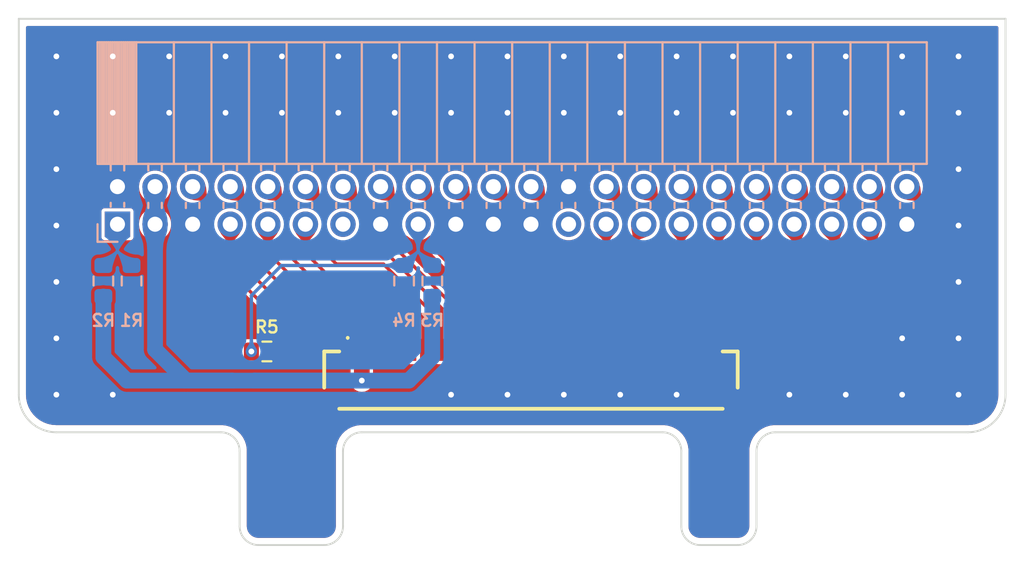
<source format=kicad_pcb>
(kicad_pcb (version 20221018) (generator pcbnew)
  (layers (0 "F.Cu" signal) (31 "B.Cu" signal) (34 "B.Paste" user) (35 "F.Paste" user) (36 "B.SilkS" user "B.Silkscreen") (37 "F.SilkS" user "F.Silkscreen") (38 "B.Mask" user) (39 "F.Mask" user) (44 "Edge.Cuts" user))
  (net 0 "")
  (net 1 "/RESET")
  (net 2 "GND")
  (net 3 "/D07")
  (net 4 "/D08")
  (net 5 "/D06")
  (net 6 "/D09")
  (net 7 "/D05")
  (net 8 "/D10")
  (net 9 "/D04")
  (net 10 "/D11")
  (net 11 "/D03")
  (net 12 "/D12")
  (net 13 "/D02")
  (net 14 "/D13")
  (net 15 "/D01")
  (net 16 "/D14")
  (net 17 "/D00")
  (net 18 "/D15")
  (net 19 "/DMARQ")
  (net 20 "/DIOW")
  (net 21 "/DIOR")
  (net 22 "/IORDY")
  (net 23 "/CSEL")
  (net 24 "/DMACK")
  (net 25 "/INTRQ")
  (net 26 "/IOCS16")
  (net 27 "/DA1")
  (net 28 "/PDIAG")
  (net 29 "/DA0")
  (net 30 "/DA2")
  (net 31 "/CS0")
  (net 32 "/CS1")
  (net 33 "/DASP")
  (net 34 "+3.3V")
  (net 35 "/TYPE")
  (net 36 "/DEVADR")
  (footprint "IDE-to-ZIF:F3311A7H121040E200" (layer "F.Cu") (at 152.25 109.225)
    (fp_text reference "J2" hide)
    (fp_text value "F3311A7H121040E200" hide)
    (fp_line (start -11 -1.525) (end -11 0.4) (stroke (width 0.2)) (layer "F.SilkS"))
    (fp_line (start -10.2 -1.525) (end -11 -1.525) (stroke (width 0.2)) (layer "F.SilkS"))
    (fp_line (start -10.2 1.525) (end 10.2 1.525) (stroke (width 0.2)) (layer "F.SilkS"))
    (fp_line (start -9.75 -2.3) (end -9.75 -2.3) (stroke (width 0.1)) (layer "F.SilkS"))
    (fp_line (start -9.75 -2.2) (end -9.75 -2.2) (stroke (width 0.1)) (layer "F.SilkS"))
    (fp_line (start 11 -1.525) (end 10.2 -1.525) (stroke (width 0.2)) (layer "F.SilkS"))
    (fp_line (start 11 0.4) (end 11 -1.525) (stroke (width 0.2)) (layer "F.SilkS"))
    (fp_arc (start -9.75 -2.3) (mid -9.7 -2.25) (end -9.75 -2.2) (stroke (width 0.1)) (layer "F.SilkS"))
    (fp_arc (start -9.75 -2.2) (mid -9.8 -2.25) (end -9.75 -2.3) (stroke (width 0.1)) (layer "F.SilkS"))
    (pad "1" smd rect (at -9.75 -1.5375) (size 0.3 1.025) (layers "F.Cu" "F.Paste" "F.Mask") (net 36 "/DEVADR"))
    (pad "2" smd rect (at -9.25 -1.5375) (size 0.3 1.025) (layers "F.Cu" "F.Paste" "F.Mask") (net 34 "+3.3V"))
    (pad "3" smd rect (at -8.75 -1.5375) (size 0.3 1.025) (layers "F.Cu" "F.Paste" "F.Mask") (net 34 "+3.3V"))
    (pad "4" smd rect (at -8.25 -1.5375) (size 0.3 1.025) (layers "F.Cu" "F.Paste" "F.Mask") (net 33 "/DASP"))
    (pad "5" smd rect (at -7.75 -1.5375) (size 0.3 1.025) (layers "F.Cu" "F.Paste" "F.Mask") (net 32 "/CS1"))
    (pad "6" smd rect (at -7.25 -1.5375) (size 0.3 1.025) (layers "F.Cu" "F.Paste" "F.Mask") (net 31 "/CS0"))
    (pad "7" smd rect (at -6.75 -1.5375) (size 0.3 1.025) (layers "F.Cu" "F.Paste" "F.Mask") (net 30 "/DA2"))
    (pad "8" smd rect (at -6.25 -1.5375) (size 0.3 1.025) (layers "F.Cu" "F.Paste" "F.Mask") (net 29 "/DA0"))
    (pad "9" smd rect (at -5.75 -1.5375) (size 0.3 1.025) (layers "F.Cu" "F.Paste" "F.Mask") (net 28 "/PDIAG"))
    (pad "10" smd rect (at -5.25 -1.5375) (size 0.3 1.025) (layers "F.Cu" "F.Paste" "F.Mask") (net 27 "/DA1"))
    (pad "11" smd rect (at -4.75 -1.5375) (size 0.3 1.025) (layers "F.Cu" "F.Paste" "F.Mask") (net 25 "/INTRQ"))
    (pad "12" smd rect (at -4.25 -1.5375) (size 0.3 1.025) (layers "F.Cu" "F.Paste" "F.Mask") (net 24 "/DMACK"))
    (pad "13" smd rect (at -3.75 -1.5375) (size 0.3 1.025) (layers "F.Cu" "F.Paste" "F.Mask") (net 2 "GND"))
    (pad "14" smd rect (at -3.25 -1.5375) (size 0.3 1.025) (layers "F.Cu" "F.Paste" "F.Mask") (net 22 "/IORDY"))
    (pad "15" smd rect (at -2.75 -1.5375) (size 0.3 1.025) (layers "F.Cu" "F.Paste" "F.Mask") (net 2 "GND"))
    (pad "16" smd rect (at -2.25 -1.5375) (size 0.3 1.025) (layers "F.Cu" "F.Paste" "F.Mask") (net 21 "/DIOR"))
    (pad "17" smd rect (at -1.75 -1.5375) (size 0.3 1.025) (layers "F.Cu" "F.Paste" "F.Mask") (net 20 "/DIOW"))
    (pad "18" smd rect (at -1.25 -1.5375) (size 0.3 1.025) (layers "F.Cu" "F.Paste" "F.Mask") (net 2 "GND"))
    (pad "19" smd rect (at -0.75 -1.5375) (size 0.3 1.025) (layers "F.Cu" "F.Paste" "F.Mask") (net 19 "/DMARQ"))
    (pad "20" smd rect (at -0.25 -1.5375) (size 0.3 1.025) (layers "F.Cu" "F.Paste" "F.Mask") (net 2 "GND"))
    (pad "21" smd rect (at 0.25 -1.5375) (size 0.3 1.025) (layers "F.Cu" "F.Paste" "F.Mask") (net 18 "/D15"))
    (pad "22" smd rect (at 0.75 -1.5375) (size 0.3 1.025) (layers "F.Cu" "F.Paste" "F.Mask") (net 17 "/D00"))
    (pad "23" smd rect (at 1.25 -1.5375) (size 0.3 1.025) (layers "F.Cu" "F.Paste" "F.Mask") (net 16 "/D14"))
    (pad "24" smd rect (at 1.75 -1.5375) (size 0.3 1.025) (layers "F.Cu" "F.Paste" "F.Mask") (net 15 "/D01"))
    (pad "25" smd rect (at 2.25 -1.5375) (size 0.3 1.025) (layers "F.Cu" "F.Paste" "F.Mask") (net 14 "/D13"))
    (pad "26" smd rect (at 2.75 -1.5375) (size 0.3 1.025) (layers "F.Cu" "F.Paste" "F.Mask") (net 13 "/D02"))
    (pad "27" smd rect (at 3.25 -1.5375) (size 0.3 1.025) (layers "F.Cu" "F.Paste" "F.Mask") (net 12 "/D12"))
    (pad "28" smd rect (at 3.75 -1.5375) (size 0.3 1.025) (layers "F.Cu" "F.Paste" "F.Mask") (net 11 "/D03"))
    (pad "29" smd rect (at 4.25 -1.5375) (size 0.3 1.025) (layers "F.Cu" "F.Paste" "F.Mask") (net 10 "/D11"))
    (pad "30" smd rect (at 4.75 -1.5375) (size 0.3 1.025) (layers "F.Cu" "F.Paste" "F.Mask") (net 9 "/D04"))
    (pad "31" smd rect (at 5.25 -1.5375) (size 0.3 1.025) (layers "F.Cu" "F.Paste" "F.Mask") (net 8 "/D10"))
    (pad "32" smd rect (at 5.75 -1.5375) (size 0.3 1.025) (layers "F.Cu" "F.Paste" "F.Mask") (net 7 "/D05"))
    (pad "33" smd rect (at 6.25 -1.5375) (size 0.3 1.025) (layers "F.Cu" "F.Paste" "F.Mask") (net 6 "/D09"))
    (pad "34" smd rect (at 6.75 -1.5375) (size 0.3 1.025) (layers "F.Cu" "F.Paste" "F.Mask") (net 5 "/D06"))
    (pad "35" smd rect (at 7.25 -1.5375) (size 0.3 1.025) (layers "F.Cu" "F.Paste" "F.Mask") (net 4 "/D08"))
    (pad "36" smd rect (at 7.75 -1.5375) (size 0.3 1.025) (layers "F.Cu" "F.Paste" "F.Mask") (net 3 "/D07"))
    (pad "37" smd rect (at 8.25 -1.5375) (size 0.3 1.025) (layers "F.Cu" "F.Paste" "F.Mask") (net 2 "GND"))
    (pad "38" smd rect (at 8.75 -1.5375) (size 0.3 1.025) (layers "F.Cu" "F.Paste" "F.Mask") (net 1 "/RESET"))
    (pad "39" smd rect (at 9.25 -1.5375) (size 0.3 1.025) (layers "F.Cu" "F.Paste" "F.Mask"))
    (pad "40" smd rect (at 9.75 -1.5375) (size 0.3 1.025) (layers "F.Cu" "F.Paste" "F.Mask"))
    (pad "MP" smd rect (at -10.95 1.075) (size 0.8 0.8) (layers "F.Cu" "F.Paste" "F.Mask") (net 2 "GND"))
    (pad "MP" smd rect (at 10.95 1.075) (size 0.8 0.8) (layers "F.Cu" "F.Paste" "F.Mask") (net 2 "GND"))
  )
  (footprint "Resistor_SMD:R_0603_1608Metric" (layer "F.Cu") (at 138.2 107.7)
    (fp_text reference "R5" (at 0 -1.3) (layer "F.SilkS") (effects (font (size 0.635 0.635) (thickness 0.127) bold)))
    (fp_text value "0")
    (fp_line (start -0.237258 -0.5225) (end 0.237258 -0.5225) (stroke (width 0.12)) (layer "F.SilkS"))
    (fp_line (start -0.237258 0.5225) (end 0.237258 0.5225) (stroke (width 0.12)) (layer "F.SilkS"))
    (pad "1" smd roundrect (at -0.825 0) (size 0.8 0.95) (layers "F.Cu" "F.Paste" "F.Mask") (net 23 "/CSEL"))
    (pad "2" smd roundrect (at 0.825 0) (size 0.8 0.95) (layers "F.Cu" "F.Paste" "F.Mask") (net 36 "/DEVADR"))
  )
  (footprint "Resistor_SMD:R_0603_1608Metric" (layer "B.Cu") (at 131 103.95 -90)
    (fp_text reference "R1" (at 2.1 0 180) (layer "B.SilkS") (effects (font (size 0.635 0.635) (thickness 0.127) bold) (justify mirror)))
    (fp_text value "0")
    (fp_line (start -0.237258 -0.5225) (end 0.237258 -0.5225) (stroke (width 0.12)) (layer "B.SilkS"))
    (fp_line (start -0.237258 0.5225) (end 0.237258 0.5225) (stroke (width 0.12)) (layer "B.SilkS"))
    (pad "1" smd roundrect (at -0.825 0 270) (size 0.8 0.95) (layers "B.Cu" "B.Paste" "B.Mask") (net 35 "/TYPE"))
    (pad "2" smd roundrect (at 0.825 0 270) (size 0.8 0.95) (layers "B.Cu" "B.Paste" "B.Mask") (net 2 "GND"))
  )
  (footprint "Resistor_SMD:R_0603_1608Metric" (layer "B.Cu") (at 147 103.95 -90)
    (fp_text reference "R3" (at 2.1 0 180) (layer "B.SilkS") (effects (font (size 0.635 0.635) (thickness 0.127) bold) (justify mirror)))
    (fp_text value "DNF")
    (fp_line (start -0.237258 -0.5225) (end 0.237258 -0.5225) (stroke (width 0.12)) (layer "B.SilkS"))
    (fp_line (start -0.237258 0.5225) (end 0.237258 0.5225) (stroke (width 0.12)) (layer "B.SilkS"))
    (pad "1" smd roundrect (at -0.825 0 270) (size 0.8 0.95) (layers "B.Cu" "B.Paste" "B.Mask") (net 23 "/CSEL"))
    (pad "2" smd roundrect (at 0.825 0 270) (size 0.8 0.95) (layers "B.Cu" "B.Paste" "B.Mask") (net 34 "+3.3V"))
  )
  (footprint "Resistor_SMD:R_0603_1608Metric" (layer "B.Cu") (at 145.5 103.95 -90)
    (fp_text reference "R4" (at 2.1 0 180) (layer "B.SilkS") (effects (font (size 0.635 0.635) (thickness 0.127) bold) (justify mirror)))
    (fp_text value "0")
    (fp_line (start -0.237258 -0.5225) (end 0.237258 -0.5225) (stroke (width 0.12)) (layer "B.SilkS"))
    (fp_line (start -0.237258 0.5225) (end 0.237258 0.5225) (stroke (width 0.12)) (layer "B.SilkS"))
    (pad "1" smd roundrect (at -0.825 0 270) (size 0.8 0.95) (layers "B.Cu" "B.Paste" "B.Mask") (net 23 "/CSEL"))
    (pad "2" smd roundrect (at 0.825 0 270) (size 0.8 0.95) (layers "B.Cu" "B.Paste" "B.Mask") (net 2 "GND"))
  )
  (footprint "Connector_PinSocket_2.00mm:PinSocket_2x22_P2.00mm_Horizontal" (layer "B.Cu") (at 130.25 100.93 -90)
    (fp_text reference "J1" hide)
    (fp_text value "Conn_02x22_Odd_Even")
    (fp_line (start -9.68 -43.06) (end -3.21 -43.06) (stroke (width 0.12)) (layer "B.SilkS"))
    (fp_line (start -9.68 -41) (end -3.21 -41) (stroke (width 0.12)) (layer "B.SilkS"))
    (fp_line (start -9.68 -39) (end -3.21 -39) (stroke (width 0.12)) (layer "B.SilkS"))
    (fp_line (start -9.68 -37) (end -3.21 -37) (stroke (width 0.12)) (layer "B.SilkS"))
    (fp_line (start -9.68 -35) (end -3.21 -35) (stroke (width 0.12)) (layer "B.SilkS"))
    (fp_line (start -9.68 -33) (end -3.21 -33) (stroke (width 0.12)) (layer "B.SilkS"))
    (fp_line (start -9.68 -31) (end -3.21 -31) (stroke (width 0.12)) (layer "B.SilkS"))
    (fp_line (start -9.68 -29) (end -3.21 -29) (stroke (width 0.12)) (layer "B.SilkS"))
    (fp_line (start -9.68 -27) (end -3.21 -27) (stroke (width 0.12)) (layer "B.SilkS"))
    (fp_line (start -9.68 -25) (end -3.21 -25) (stroke (width 0.12)) (layer "B.SilkS"))
    (fp_line (start -9.68 -23) (end -3.21 -23) (stroke (width 0.12)) (layer "B.SilkS"))
    (fp_line (start -9.68 -21) (end -3.21 -21) (stroke (width 0.12)) (layer "B.SilkS"))
    (fp_line (start -9.68 -19) (end -3.21 -19) (stroke (width 0.12)) (layer "B.SilkS"))
    (fp_line (start -9.68 -17) (end -3.21 -17) (stroke (width 0.12)) (layer "B.SilkS"))
    (fp_line (start -9.68 -15) (end -3.21 -15) (stroke (width 0.12)) (layer "B.SilkS"))
    (fp_line (start -9.68 -13) (end -3.21 -13) (stroke (width 0.12)) (layer "B.SilkS"))
    (fp_line (start -9.68 -11) (end -3.21 -11) (stroke (width 0.12)) (layer "B.SilkS"))
    (fp_line (start -9.68 -9) (end -3.21 -9) (stroke (width 0.12)) (layer "B.SilkS"))
    (fp_line (start -9.68 -7) (end -3.21 -7) (stroke (width 0.12)) (layer "B.SilkS"))
    (fp_line (start -9.68 -5) (end -3.21 -5) (stroke (width 0.12)) (layer "B.SilkS"))
    (fp_line (start -9.68 -3) (end -3.21 -3) (stroke (width 0.12)) (layer "B.SilkS"))
    (fp_line (start -9.68 -1) (end -3.21 -1) (stroke (width 0.12)) (layer "B.SilkS"))
    (fp_line (start -9.68 -0.885888) (end -3.21 -0.885888) (stroke (width 0.12)) (layer "B.SilkS"))
    (fp_line (start -9.68 -0.77177) (end -3.21 -0.77177) (stroke (width 0.12)) (layer "B.SilkS"))
    (fp_line (start -9.68 -0.657652) (end -3.21 -0.657652) (stroke (width 0.12)) (layer "B.SilkS"))
    (fp_line (start -9.68 -0.543534) (end -3.21 -0.543534) (stroke (width 0.12)) (layer "B.SilkS"))
    (fp_line (start -9.68 -0.429416) (end -3.21 -0.429416) (stroke (width 0.12)) (layer "B.SilkS"))
    (fp_line (start -9.68 -0.315298) (end -3.21 -0.315298) (stroke (width 0.12)) (layer "B.SilkS"))
    (fp_line (start -9.68 -0.20118) (end -3.21 -0.20118) (stroke (width 0.12)) (layer "B.SilkS"))
    (fp_line (start -9.68 -0.087062) (end -3.21 -0.087062) (stroke (width 0.12)) (layer "B.SilkS"))
    (fp_line (start -9.68 0.027056) (end -3.21 0.027056) (stroke (width 0.12)) (layer "B.SilkS"))
    (fp_line (start -9.68 0.141174) (end -3.21 0.141174) (stroke (width 0.12)) (layer "B.SilkS"))
    (fp_line (start -9.68 0.255292) (end -3.21 0.255292) (stroke (width 0.12)) (layer "B.SilkS"))
    (fp_line (start -9.68 0.36941) (end -3.21 0.36941) (stroke (width 0.12)) (layer "B.SilkS"))
    (fp_line (start -9.68 0.483528) (end -3.21 0.483528) (stroke (width 0.12)) (layer "B.SilkS"))
    (fp_line (start -9.68 0.597646) (end -3.21 0.597646) (stroke (width 0.12)) (layer "B.SilkS"))
    (fp_line (start -9.68 0.711764) (end -3.21 0.711764) (stroke (width 0.12)) (layer "B.SilkS"))
    (fp_line (start -9.68 0.825882) (end -3.21 0.825882) (stroke (width 0.12)) (layer "B.SilkS"))
    (fp_line (start -9.68 0.94) (end -3.21 0.94) (stroke (width 0.12)) (layer "B.SilkS"))
    (fp_line (start -9.68 1.06) (end -9.68 -43.06) (stroke (width 0.12)) (layer "B.SilkS"))
    (fp_line (start -9.68 1.06) (end -3.21 1.06) (stroke (width 0.12)) (layer "B.SilkS"))
    (fp_line (start -3.21 -42.36) (end -2.862917 -42.36) (stroke (width 0.12)) (layer "B.SilkS"))
    (fp_line (start -3.21 -41.64) (end -2.862917 -41.64) (stroke (width 0.12)) (layer "B.SilkS"))
    (fp_line (start -3.21 -40.36) (end -2.862917 -40.36) (stroke (width 0.12)) (layer "B.SilkS"))
    (fp_line (start -3.21 -39.64) (end -2.862917 -39.64) (stroke (width 0.12)) (layer "B.SilkS"))
    (fp_line (start -3.21 -38.36) (end -2.862917 -38.36) (stroke (width 0.12)) (layer "B.SilkS"))
    (fp_line (start -3.21 -37.64) (end -2.862917 -37.64) (stroke (width 0.12)) (layer "B.SilkS"))
    (fp_line (start -3.21 -36.36) (end -2.862917 -36.36) (stroke (width 0.12)) (layer "B.SilkS"))
    (fp_line (start -3.21 -35.64) (end -2.862917 -35.64) (stroke (width 0.12)) (layer "B.SilkS"))
    (fp_line (start -3.21 -34.36) (end -2.862917 -34.36) (stroke (width 0.12)) (layer "B.SilkS"))
    (fp_line (start -3.21 -33.64) (end -2.862917 -33.64) (stroke (width 0.12)) (layer "B.SilkS"))
    (fp_line (start -3.21 -32.36) (end -2.862917 -32.36) (stroke (width 0.12)) (layer "B.SilkS"))
    (fp_line (start -3.21 -31.64) (end -2.862917 -31.64) (stroke (width 0.12)) (layer "B.SilkS"))
    (fp_line (start -3.21 -30.36) (end -2.862917 -30.36) (stroke (width 0.12)) (layer "B.SilkS"))
    (fp_line (start -3.21 -29.64) (end -2.862917 -29.64) (stroke (width 0.12)) (layer "B.SilkS"))
    (fp_line (start -3.21 -28.36) (end -2.862917 -28.36) (stroke (width 0.12)) (layer "B.SilkS"))
    (fp_line (start -3.21 -27.64) (end -2.862917 -27.64) (stroke (width 0.12)) (layer "B.SilkS"))
    (fp_line (start -3.21 -26.36) (end -2.862917 -26.36) (stroke (width 0.12)) (layer "B.SilkS"))
    (fp_line (start -3.21 -25.64) (end -2.862917 -25.64) (stroke (width 0.12)) (layer "B.SilkS"))
    (fp_line (start -3.21 -24.36) (end -2.862917 -24.36) (stroke (width 0.12)) (layer "B.SilkS"))
    (fp_line (start -3.21 -23.64) (end -2.862917 -23.64) (stroke (width 0.12)) (layer "B.SilkS"))
    (fp_line (start -3.21 -22.36) (end -2.862917 -22.36) (stroke (width 0.12)) (layer "B.SilkS"))
    (fp_line (start -3.21 -21.64) (end -2.862917 -21.64) (stroke (width 0.12)) (layer "B.SilkS"))
    (fp_line (start -3.21 -20.36) (end -2.862917 -20.36) (stroke (width 0.12)) (layer "B.SilkS"))
    (fp_line (start -3.21 -19.64) (end -2.862917 -19.64) (stroke (width 0.12)) (layer "B.SilkS"))
    (fp_line (start -3.21 -18.36) (end -2.862917 -18.36) (stroke (width 0.12)) (layer "B.SilkS"))
    (fp_line (start -3.21 -17.64) (end -2.862917 -17.64) (stroke (width 0.12)) (layer "B.SilkS"))
    (fp_line (start -3.21 -16.36) (end -2.862917 -16.36) (stroke (width 0.12)) (layer "B.SilkS"))
    (fp_line (start -3.21 -15.64) (end -2.862917 -15.64) (stroke (width 0.12)) (layer "B.SilkS"))
    (fp_line (start -3.21 -14.36) (end -2.862917 -14.36) (stroke (width 0.12)) (layer "B.SilkS"))
    (fp_line (start -3.21 -13.64) (end -2.862917 -13.64) (stroke (width 0.12)) (layer "B.SilkS"))
    (fp_line (start -3.21 -12.36) (end -2.862917 -12.36) (stroke (width 0.12)) (layer "B.SilkS"))
    (fp_line (start -3.21 -11.64) (end -2.862917 -11.64) (stroke (width 0.12)) (layer "B.SilkS"))
    (fp_line (start -3.21 -10.36) (end -2.862917 -10.36) (stroke (width 0.12)) (layer "B.SilkS"))
    (fp_line (start -3.21 -9.64) (end -2.862917 -9.64) (stroke (width 0.12)) (layer "B.SilkS"))
    (fp_line (start -3.21 -8.36) (end -2.862917 -8.36) (stroke (width 0.12)) (layer "B.SilkS"))
    (fp_line (start -3.21 -7.64) (end -2.862917 -7.64) (stroke (width 0.12)) (layer "B.SilkS"))
    (fp_line (start -3.21 -6.36) (end -2.862917 -6.36) (stroke (width 0.12)) (layer "B.SilkS"))
    (fp_line (start -3.21 -5.64) (end -2.862917 -5.64) (stroke (width 0.12)) (layer "B.SilkS"))
    (fp_line (start -3.21 -4.36) (end -2.862917 -4.36) (stroke (width 0.12)) (layer "B.SilkS"))
    (fp_line (start -3.21 -3.64) (end -2.862917 -3.64) (stroke (width 0.12)) (layer "B.SilkS"))
    (fp_line (start -3.21 -2.36) (end -2.862917 -2.36) (stroke (width 0.12)) (layer "B.SilkS"))
    (fp_line (start -3.21 -1.64) (end -2.862917 -1.64) (stroke (width 0.12)) (layer "B.SilkS"))
    (fp_line (start -3.21 -0.36) (end -2.862917 -0.36) (stroke (width 0.12)) (layer "B.SilkS"))
    (fp_line (start -3.21 0.36) (end -2.862917 0.36) (stroke (width 0.12)) (layer "B.SilkS"))
    (fp_line (start -3.21 1.06) (end -3.21 -43.06) (stroke (width 0.12)) (layer "B.SilkS"))
    (fp_line (start -1.137083 -42.36) (end -0.862917 -42.36) (stroke (width 0.12)) (layer "B.SilkS"))
    (fp_line (start -1.137083 -41.64) (end -0.862917 -41.64) (stroke (width 0.12)) (layer "B.SilkS"))
    (fp_line (start -1.137083 -40.36) (end -0.862917 -40.36) (stroke (width 0.12)) (layer "B.SilkS"))
    (fp_line (start -1.137083 -39.64) (end -0.862917 -39.64) (stroke (width 0.12)) (layer "B.SilkS"))
    (fp_line (start -1.137083 -38.36) (end -0.862917 -38.36) (stroke (width 0.12)) (layer "B.SilkS"))
    (fp_line (start -1.137083 -37.64) (end -0.862917 -37.64) (stroke (width 0.12)) (layer "B.SilkS"))
    (fp_line (start -1.137083 -36.36) (end -0.862917 -36.36) (stroke (width 0.12)) (layer "B.SilkS"))
    (fp_line (start -1.137083 -35.64) (end -0.862917 -35.64) (stroke (width 0.12)) (layer "B.SilkS"))
    (fp_line (start -1.137083 -34.36) (end -0.862917 -34.36) (stroke (width 0.12)) (layer "B.SilkS"))
    (fp_line (start -1.137083 -33.64) (end -0.862917 -33.64) (stroke (width 0.12)) (layer "B.SilkS"))
    (fp_line (start -1.137083 -32.36) (end -0.862917 -32.36) (stroke (width 0.12)) (layer "B.SilkS"))
    (fp_line (start -1.137083 -31.64) (end -0.862917 -31.64) (stroke (width 0.12)) (layer "B.SilkS"))
    (fp_line (start -1.137083 -30.36) (end -0.862917 -30.36) (stroke (width 0.12)) (layer "B.SilkS"))
    (fp_line (start -1.137083 -29.64) (end -0.862917 -29.64) (stroke (width 0.12)) (layer "B.SilkS"))
    (fp_line (start -1.137083 -28.36) (end -0.862917 -28.36) (stroke (width 0.12)) (layer "B.SilkS"))
    (fp_line (start -1.137083 -27.64) (end -0.862917 -27.64) (stroke (width 0.12)) (layer "B.SilkS"))
    (fp_line (start -1.137083 -26.36) (end -0.862917 -26.36) (stroke (width 0.12)) (layer "B.SilkS"))
    (fp_line (start -1.137083 -25.64) (end -0.862917 -25.64) (stroke (width 0.12)) (layer "B.SilkS"))
    (fp_line (start -1.137083 -24.36) (end -0.862917 -24.36) (stroke (width 0.12)) (layer "B.SilkS"))
    (fp_line (start -1.137083 -23.64) (end -0.862917 -23.64) (stroke (width 0.12)) (layer "B.SilkS"))
    (fp_line (start -1.137083 -22.36) (end -0.862917 -22.36) (stroke (width 0.12)) (layer "B.SilkS"))
    (fp_line (start -1.137083 -21.64) (end -0.862917 -21.64) (stroke (width 0.12)) (layer "B.SilkS"))
    (fp_line (start -1.137083 -20.36) (end -0.862917 -20.36) (stroke (width 0.12)) (layer "B.SilkS"))
    (fp_line (start -1.137083 -19.64) (end -0.862917 -19.64) (stroke (width 0.12)) (layer "B.SilkS"))
    (fp_line (start -1.137083 -18.36) (end -0.862917 -18.36) (stroke (width 0.12)) (layer "B.SilkS"))
    (fp_line (start -1.137083 -17.64) (end -0.862917 -17.64) (stroke (width 0.12)) (layer "B.SilkS"))
    (fp_line (start -1.137083 -16.36) (end -0.862917 -16.36) (stroke (width 0.12)) (layer "B.SilkS"))
    (fp_line (start -1.137083 -15.64) (end -0.862917 -15.64) (stroke (width 0.12)) (layer "B.SilkS"))
    (fp_line (start -1.137083 -14.36) (end -0.862917 -14.36) (stroke (width 0.12)) (layer "B.SilkS"))
    (fp_line (start -1.137083 -13.64) (end -0.862917 -13.64) (stroke (width 0.12)) (layer "B.SilkS"))
    (fp_line (start -1.137083 -12.36) (end -0.862917 -12.36) (stroke (width 0.12)) (layer "B.SilkS"))
    (fp_line (start -1.137083 -11.64) (end -0.862917 -11.64) (stroke (width 0.12)) (layer "B.SilkS"))
    (fp_line (start -1.137083 -10.36) (end -0.862917 -10.36) (stroke (width 0.12)) (layer "B.SilkS"))
    (fp_line (start -1.137083 -9.64) (end -0.862917 -9.64) (stroke (width 0.12)) (layer "B.SilkS"))
    (fp_line (start -1.137083 -8.36) (end -0.862917 -8.36) (stroke (width 0.12)) (layer "B.SilkS"))
    (fp_line (start -1.137083 -7.64) (end -0.862917 -7.64) (stroke (width 0.12)) (layer "B.SilkS"))
    (fp_line (start -1.137083 -6.36) (end -0.862917 -6.36) (stroke (width 0.12)) (layer "B.SilkS"))
    (fp_line (start -1.137083 -5.64) (end -0.862917 -5.64) (stroke (width 0.12)) (layer "B.SilkS"))
    (fp_line (start -1.137083 -4.36) (end -0.862917 -4.36) (stroke (width 0.12)) (layer "B.SilkS"))
    (fp_line (start -1.137083 -3.64) (end -0.862917 -3.64) (stroke (width 0.12)) (layer "B.SilkS"))
    (fp_line (start -1.137083 -2.36) (end -0.862917 -2.36) (stroke (width 0.12)) (layer "B.SilkS"))
    (fp_line (start -1.137083 -1.64) (end -0.862917 -1.64) (stroke (width 0.12)) (layer "B.SilkS"))
    (fp_line (start -1.137083 -0.36) (end -0.935 -0.36) (stroke (width 0.12)) (layer "B.SilkS"))
    (fp_line (start -1.137083 0.36) (end -0.935 0.36) (stroke (width 0.12)) (layer "B.SilkS"))
    (fp_line (start 0 1.06) (end 0.935 1.06) (stroke (width 0.12)) (layer "B.SilkS"))
    (fp_line (start 0.935 1.06) (end 0.935 0) (stroke (width 0.12)) (layer "B.SilkS"))
    (pad "1" thru_hole rect (at 0 0 270) (size 1.35 1.35) (drill 0.8) (layers "*.Cu" "*.Mask") (net 35 "/TYPE"))
    (pad "2" thru_hole oval (at -2 0 270) (size 1.35 1.35) (drill 0.8) (layers "*.Cu" "*.Mask") (net 2 "GND"))
    (pad "3" thru_hole oval (at 0 -2 270) (size 1.35 1.35) (drill 0.8) (layers "*.Cu" "*.Mask") (net 34 "+3.3V"))
    (pad "4" thru_hole oval (at -2 -2 270) (size 1.35 1.35) (drill 0.8) (layers "*.Cu" "*.Mask") (net 34 "+3.3V"))
    (pad "5" thru_hole oval (at 0 -4 270) (size 1.35 1.35) (drill 0.8) (layers "*.Cu" "*.Mask") (net 2 "GND"))
    (pad "6" thru_hole oval (at -2 -4 270) (size 1.35 1.35) (drill 0.8) (layers "*.Cu" "*.Mask") (net 33 "/DASP"))
    (pad "7" thru_hole oval (at 0 -6 270) (size 1.35 1.35) (drill 0.8) (layers "*.Cu" "*.Mask") (net 32 "/CS1"))
    (pad "8" thru_hole oval (at -2 -6 270) (size 1.35 1.35) (drill 0.8) (layers "*.Cu" "*.Mask") (net 31 "/CS0"))
    (pad "9" thru_hole oval (at 0 -8 270) (size 1.35 1.35) (drill 0.8) (layers "*.Cu" "*.Mask") (net 30 "/DA2"))
    (pad "10" thru_hole oval (at -2 -8 270) (size 1.35 1.35) (drill 0.8) (layers "*.Cu" "*.Mask") (net 29 "/DA0"))
    (pad "11" thru_hole oval (at 0 -10 270) (size 1.35 1.35) (drill 0.8) (layers "*.Cu" "*.Mask") (net 28 "/PDIAG"))
    (pad "12" thru_hole oval (at -2 -10 270) (size 1.35 1.35) (drill 0.8) (layers "*.Cu" "*.Mask") (net 27 "/DA1"))
    (pad "13" thru_hole oval (at 0 -12 270) (size 1.35 1.35) (drill 0.8) (layers "*.Cu" "*.Mask") (net 26 "/IOCS16"))
    (pad "14" thru_hole oval (at -2 -12 270) (size 1.35 1.35) (drill 0.8) (layers "*.Cu" "*.Mask") (net 25 "/INTRQ"))
    (pad "15" thru_hole oval (at 0 -14 270) (size 1.35 1.35) (drill 0.8) (layers "*.Cu" "*.Mask") (net 2 "GND"))
    (pad "16" thru_hole oval (at -2 -14 270) (size 1.35 1.35) (drill 0.8) (layers "*.Cu" "*.Mask") (net 24 "/DMACK"))
    (pad "17" thru_hole oval (at 0 -16 270) (size 1.35 1.35) (drill 0.8) (layers "*.Cu" "*.Mask") (net 23 "/CSEL"))
    (pad "18" thru_hole oval (at -2 -16 270) (size 1.35 1.35) (drill 0.8) (layers "*.Cu" "*.Mask") (net 22 "/IORDY"))
    (pad "19" thru_hole oval (at 0 -18 270) (size 1.35 1.35) (drill 0.8) (layers "*.Cu" "*.Mask") (net 2 "GND"))
    (pad "20" thru_hole oval (at -2 -18 270) (size 1.35 1.35) (drill 0.8) (layers "*.Cu" "*.Mask") (net 21 "/DIOR"))
    (pad "21" thru_hole oval (at 0 -20 270) (size 1.35 1.35) (drill 0.8) (layers "*.Cu" "*.Mask") (net 2 "GND"))
    (pad "22" thru_hole oval (at -2 -20 270) (size 1.35 1.35) (drill 0.8) (layers "*.Cu" "*.Mask") (net 20 "/DIOW"))
    (pad "23" thru_hole oval (at 0 -22 270) (size 1.35 1.35) (drill 0.8) (layers "*.Cu" "*.Mask") (net 2 "GND"))
    (pad "24" thru_hole oval (at -2 -22 270) (size 1.35 1.35) (drill 0.8) (layers "*.Cu" "*.Mask") (net 19 "/DMARQ"))
    (pad "25" thru_hole oval (at 0 -24 270) (size 1.35 1.35) (drill 0.8) (layers "*.Cu" "*.Mask"))
    (pad "26" thru_hole oval (at -2 -24 270) (size 1.35 1.35) (drill 0.8) (layers "*.Cu" "*.Mask") (net 2 "GND"))
    (pad "27" thru_hole oval (at 0 -26 270) (size 1.35 1.35) (drill 0.8) (layers "*.Cu" "*.Mask") (net 18 "/D15"))
    (pad "28" thru_hole oval (at -2 -26 270) (size 1.35 1.35) (drill 0.8) (layers "*.Cu" "*.Mask") (net 17 "/D00"))
    (pad "29" thru_hole oval (at 0 -28 270) (size 1.35 1.35) (drill 0.8) (layers "*.Cu" "*.Mask") (net 16 "/D14"))
    (pad "30" thru_hole oval (at -2 -28 270) (size 1.35 1.35) (drill 0.8) (layers "*.Cu" "*.Mask") (net 15 "/D01"))
    (pad "31" thru_hole oval (at 0 -30 270) (size 1.35 1.35) (drill 0.8) (layers "*.Cu" "*.Mask") (net 14 "/D13"))
    (pad "32" thru_hole oval (at -2 -30 270) (size 1.35 1.35) (drill 0.8) (layers "*.Cu" "*.Mask") (net 13 "/D02"))
    (pad "33" thru_hole oval (at 0 -32 270) (size 1.35 1.35) (drill 0.8) (layers "*.Cu" "*.Mask") (net 12 "/D12"))
    (pad "34" thru_hole oval (at -2 -32 270) (size 1.35 1.35) (drill 0.8) (layers "*.Cu" "*.Mask") (net 11 "/D03"))
    (pad "35" thru_hole oval (at 0 -34 270) (size 1.35 1.35) (drill 0.8) (layers "*.Cu" "*.Mask") (net 10 "/D11"))
    (pad "36" thru_hole oval (at -2 -34 270) (size 1.35 1.35) (drill 0.8) (layers "*.Cu" "*.Mask") (net 9 "/D04"))
    (pad "37" thru_hole oval (at 0 -36 270) (size 1.35 1.35) (drill 0.8) (layers "*.Cu" "*.Mask") (net 8 "/D10"))
    (pad "38" thru_hole oval (at -2 -36 270) (size 1.35 1.35) (drill 0.8) (layers "*.Cu" "*.Mask") (net 7 "/D05"))
    (pad "39" thru_hole oval (at 0 -38 270) (size 1.35 1.35) (drill 0.8) (layers "*.Cu" "*.Mask") (net 6 "/D09"))
    (pad "40" thru_hole oval (at -2 -38 270) (size 1.35 1.35) (drill 0.8) (layers "*.Cu" "*.Mask") (net 5 "/D06"))
    (pad "41" thru_hole oval (at 0 -40 270) (size 1.35 1.35) (drill 0.8) (layers "*.Cu" "*.Mask") (net 4 "/D08"))
    (pad "42" thru_hole oval (at -2 -40 270) (size 1.35 1.35) (drill 0.8) (layers "*.Cu" "*.Mask") (net 3 "/D07"))
    (pad "43" thru_hole oval (at 0 -42 270) (size 1.35 1.35) (drill 0.8) (layers "*.Cu" "*.Mask") (net 2 "GND"))
    (pad "44" thru_hole oval (at -2 -42 270) (size 1.35 1.35) (drill 0.8) (layers "*.Cu" "*.Mask") (net 1 "/RESET"))
  )
  (footprint "Resistor_SMD:R_0603_1608Metric" (layer "B.Cu") (at 129.5 103.95 -90)
    (fp_text reference "R2" (at 2.1 0 180) (layer "B.SilkS") (effects (font (size 0.635 0.635) (thickness 0.127) bold) (justify mirror)))
    (fp_text value "DNF")
    (fp_line (start -0.237258 -0.5225) (end 0.237258 -0.5225) (stroke (width 0.12)) (layer "B.SilkS"))
    (fp_line (start -0.237258 0.5225) (end 0.237258 0.5225) (stroke (width 0.12)) (layer "B.SilkS"))
    (pad "1" smd roundrect (at -0.825 0 270) (size 0.8 0.95) (layers "B.Cu" "B.Paste" "B.Mask") (net 35 "/TYPE"))
    (pad "2" smd roundrect (at 0.825 0 270) (size 0.8 0.95) (layers "B.Cu" "B.Paste" "B.Mask") (net 34 "+3.3V"))
  )
  (gr_arc (start 137.75 118) (mid 137.042893 117.707107) (end 136.75 117) (stroke (width 0.1)) (layer "Edge.Cuts"))
  (gr_line (start 137.75 118) (end 141.25 118) (stroke (width 0.1)) (layer "Edge.Cuts"))
  (gr_line (start 177.5 90) (end 125 90) (stroke (width 0.1)) (layer "Edge.Cuts"))
  (gr_arc (start 135.75 112) (mid 136.457107 112.292893) (end 136.75 113) (stroke (width 0.1)) (layer "Edge.Cuts"))
  (gr_arc (start 161.25 118) (mid 160.542893 117.707107) (end 160.25 117) (stroke (width 0.1)) (layer "Edge.Cuts"))
  (gr_line (start 136.75 113) (end 136.75 117) (stroke (width 0.1)) (layer "Edge.Cuts"))
  (gr_line (start 160.25 117) (end 160.25 113) (stroke (width 0.1)) (layer "Edge.Cuts"))
  (gr_arc (start 142.25 113) (mid 142.542893 112.292893) (end 143.25 112) (stroke (width 0.1)) (layer "Edge.Cuts"))
  (gr_arc (start 127 112) (mid 125.585786 111.414214) (end 125 110) (stroke (width 0.1)) (layer "Edge.Cuts"))
  (gr_line (start 125 90) (end 125 110) (stroke (width 0.1)) (layer "Edge.Cuts"))
  (gr_line (start 135.75 112) (end 127 112) (stroke (width 0.1)) (layer "Edge.Cuts"))
  (gr_line (start 163.25 118) (end 161.25 118) (stroke (width 0.1)) (layer "Edge.Cuts"))
  (gr_arc (start 164.25 117) (mid 163.957107 117.707107) (end 163.25 118) (stroke (width 0.1)) (layer "Edge.Cuts"))
  (gr_line (start 159.25 112) (end 143.25 112) (stroke (width 0.1)) (layer "Edge.Cuts"))
  (gr_arc (start 142.25 117) (mid 141.957107 117.707107) (end 141.25 118) (stroke (width 0.1)) (layer "Edge.Cuts"))
  (gr_arc (start 159.25 112) (mid 159.957107 112.292893) (end 160.25 113) (stroke (width 0.1)) (layer "Edge.Cuts"))
  (gr_arc (start 177.5 110) (mid 176.914214 111.414214) (end 175.5 112) (stroke (width 0.1)) (layer "Edge.Cuts"))
  (gr_line (start 177.5 110) (end 177.5 90) (stroke (width 0.1)) (layer "Edge.Cuts"))
  (gr_line (start 164.25 113) (end 164.25 117) (stroke (width 0.1)) (layer "Edge.Cuts"))
  (gr_line (start 142.25 117) (end 142.25 113) (stroke (width 0.1)) (layer "Edge.Cuts"))
  (gr_arc (start 164.25 113) (mid 164.542893 112.292893) (end 165.25 112) (stroke (width 0.1)) (layer "Edge.Cuts"))
  (gr_line (start 165.25 112) (end 175.5 112) (stroke (width 0.1)) (layer "Edge.Cuts"))
  (segment (start 161 108.227172) (end 161.422828 108.65) (width 0.1778) (layer "F.Cu") (net 1))
  (segment (start 173.25 102.25) (end 173.25 99.93) (width 0.1778) (layer "F.Cu") (net 1))
  (segment (start 173.25 99.93) (end 172.25 98.93) (width 0.1778) (layer "F.Cu") (net 1))
  (segment (start 161.422828 108.65) (end 166.85 108.65) (width 0.1778) (layer "F.Cu") (net 1))
  (segment (start 161 107.6875) (end 161 108.227172) (width 0.1778) (layer "F.Cu") (net 1))
  (segment (start 166.85 108.65) (end 173.25 102.25) (width 0.1778) (layer "F.Cu") (net 1))
  (via (at 169 92) (size 0.6096) (drill 0.3048) (layers "F.Cu" "B.Cu") (net 2))
  (via (at 133 95) (size 0.6096) (drill 0.3048) (layers "F.Cu" "B.Cu") (net 2))
  (via (at 175 104) (size 0.6096) (drill 0.3048) (layers "F.Cu" "B.Cu") (net 2))
  (via (at 154 110) (size 0.6096) (drill 0.3048) (layers "F.Cu" "B.Cu") (net 2))
  (via (at 145 92) (size 0.6096) (drill 0.3048) (layers "F.Cu" "B.Cu") (net 2))
  (via (at 127 101) (size 0.6096) (drill 0.3048) (layers "F.Cu" "B.Cu") (net 2))
  (via (at 151 110) (size 0.6096) (drill 0.3048) (layers "F.Cu" "B.Cu") (net 2))
  (via (at 160 92) (size 0.6096) (drill 0.3048) (layers "F.Cu" "B.Cu") (net 2))
  (via (at 127 92) (size 0.6096) (drill 0.3048) (layers "F.Cu" "B.Cu") (net 2))
  (via (at 175 101) (size 0.6096) (drill 0.3048) (layers "F.Cu" "B.Cu") (net 2))
  (via (at 175 95) (size 0.6096) (drill 0.3048) (layers "F.Cu" "B.Cu") (net 2))
  (via (at 172 95) (size 0.6096) (drill 0.3048) (layers "F.Cu" "B.Cu") (net 2))
  (via (at 151 92) (size 0.6096) (drill 0.3048) (layers "F.Cu" "B.Cu") (net 2))
  (via (at 157 92) (size 0.6096) (drill 0.3048) (layers "F.Cu" "B.Cu") (net 2))
  (via (at 160 95) (size 0.6096) (drill 0.3048) (layers "F.Cu" "B.Cu") (net 2))
  (via (at 127 95) (size 0.6096) (drill 0.3048) (layers "F.Cu" "B.Cu") (net 2))
  (via (at 166 92) (size 0.6096) (drill 0.3048) (layers "F.Cu" "B.Cu") (net 2))
  (via (at 160 110) (size 0.6096) (drill 0.3048) (layers "F.Cu" "B.Cu") (net 2))
  (via (at 136 92) (size 0.6096) (drill 0.3048) (layers "F.Cu" "B.Cu") (net 2))
  (via (at 148 110) (size 0.6096) (drill 0.3048) (layers "F.Cu" "B.Cu") (net 2))
  (via (at 163 92) (size 0.6096) (drill 0.3048) (layers "F.Cu" "B.Cu") (net 2))
  (via (at 139 95) (size 0.6096) (drill 0.3048) (layers "F.Cu" "B.Cu") (net 2))
  (via (at 172 107) (size 0.6096) (drill 0.3048) (layers "F.Cu" "B.Cu") (net 2))
  (via (at 130 110) (size 0.6096) (drill 0.3048) (layers "F.Cu" "B.Cu") (net 2))
  (via (at 127 110) (size 0.6096) (drill 0.3048) (layers "F.Cu" "B.Cu") (net 2))
  (via (at 169 110) (size 0.6096) (drill 0.3048) (layers "F.Cu" "B.Cu") (net 2))
  (via (at 142 95) (size 0.6096) (drill 0.3048) (layers "F.Cu" "B.Cu") (net 2))
  (via (at 136 95) (size 0.6096) (drill 0.3048) (layers "F.Cu" "B.Cu") (net 2))
  (via (at 127 107) (size 0.6096) (drill 0.3048) (layers "F.Cu" "B.Cu") (net 2))
  (via (at 148 92) (size 0.6096) (drill 0.3048) (layers "F.Cu" "B.Cu") (net 2))
  (via (at 163 95) (size 0.6096) (drill 0.3048) (layers "F.Cu" "B.Cu") (net 2))
  (via (at 175 107) (size 0.6096) (drill 0.3048) (layers "F.Cu" "B.Cu") (net 2))
  (via (at 166 95) (size 0.6096) (drill 0.3048) (layers "F.Cu" "B.Cu") (net 2))
  (via (at 142 92) (size 0.6096) (drill 0.3048) (layers "F.Cu" "B.Cu") (net 2))
  (via (at 157 95) (size 0.6096) (drill 0.3048) (layers "F.Cu" "B.Cu") (net 2))
  (via (at 175 98) (size 0.6096) (drill 0.3048) (layers "F.Cu" "B.Cu") (net 2))
  (via (at 166 110) (size 0.6096) (drill 0.3048) (layers "F.Cu" "B.Cu") (net 2))
  (via (at 169 95) (size 0.6096) (drill 0.3048) (layers "F.Cu" "B.Cu") (net 2))
  (via (at 157 110) (size 0.6096) (drill 0.3048) (layers "F.Cu" "B.Cu") (net 2))
  (via (at 139 92) (size 0.6096) (drill 0.3048) (layers "F.Cu" "B.Cu") (net 2))
  (via (at 175 92) (size 0.6096) (drill 0.3048) (layers "F.Cu" "B.Cu") (net 2))
  (via (at 133 92) (size 0.6096) (drill 0.3048) (layers "F.Cu" "B.Cu") (net 2))
  (via (at 148 95) (size 0.6096) (drill 0.3048) (layers "F.Cu" "B.Cu") (net 2))
  (via (at 151 95) (size 0.6096) (drill 0.3048) (layers "F.Cu" "B.Cu") (net 2))
  (via (at 172 110) (size 0.6096) (drill 0.3048) (layers "F.Cu" "B.Cu") (net 2))
  (via (at 175 110) (size 0.6096) (drill 0.3048) (layers "F.Cu" "B.Cu") (net 2))
  (via (at 127 98) (size 0.6096) (drill 0.3048) (layers "F.Cu" "B.Cu") (net 2))
  (via (at 172 92) (size 0.6096) (drill 0.3048) (layers "F.Cu" "B.Cu") (net 2))
  (via (at 130 92) (size 0.6096) (drill 0.3048) (layers "F.Cu" "B.Cu") (net 2))
  (via (at 127 104) (size 0.6096) (drill 0.3048) (layers "F.Cu" "B.Cu") (net 2))
  (via (at 154 95) (size 0.6096) (drill 0.3048) (layers "F.Cu" "B.Cu") (net 2))
  (via (at 130 95) (size 0.6096) (drill 0.3048) (layers "F.Cu" "B.Cu") (net 2))
  (via (at 154 92) (size 0.6096) (drill 0.3048) (layers "F.Cu" "B.Cu") (net 2))
  (via (at 145 95) (size 0.6096) (drill 0.3048) (layers "F.Cu" "B.Cu") (net 2))
  (segment (start 160.347828 106.8) (end 166.7 106.8) (width 0.1778) (layer "F.Cu") (net 3))
  (segment (start 171.25 102.25) (end 171.25 99.93) (width 0.1778) (layer "F.Cu") (net 3))
  (segment (start 160 107.147828) (end 160.347828 106.8) (width 0.1778) (layer "F.Cu") (net 3))
  (segment (start 171.25 99.93) (end 170.25 98.93) (width 0.1778) (layer "F.Cu") (net 3))
  (segment (start 166.7 106.8) (end 171.25 102.25) (width 0.1778) (layer "F.Cu") (net 3))
  (segment (start 160 107.6875) (end 160 107.147828) (width 0.1778) (layer "F.Cu") (net 3))
  (segment (start 160.2 106.35) (end 166.1 106.35) (width 0.1778) (layer "F.Cu") (net 4))
  (segment (start 170.25 102.2) (end 170.25 100.93) (width 0.1778) (layer "F.Cu") (net 4))
  (segment (start 159.5 107.05) (end 160.2 106.35) (width 0.1778) (layer "F.Cu") (net 4))
  (segment (start 159.5 107.6875) (end 159.5 107.05) (width 0.1778) (layer "F.Cu") (net 4))
  (segment (start 166.1 106.35) (end 170.25 102.2) (width 0.1778) (layer "F.Cu") (net 4))
  (segment (start 159 106.95) (end 160 105.95) (width 0.1778) (layer "F.Cu") (net 5))
  (segment (start 169.25 102.125) (end 169.25 99.93) (width 0.1778) (layer "F.Cu") (net 5))
  (segment (start 159 107.6875) (end 159 106.95) (width 0.1778) (layer "F.Cu") (net 5))
  (segment (start 165.425 105.95) (end 169.25 102.125) (width 0.1778) (layer "F.Cu") (net 5))
  (segment (start 160 105.95) (end 165.425 105.95) (width 0.1778) (layer "F.Cu") (net 5))
  (segment (start 169.25 99.93) (end 168.25 98.93) (width 0.1778) (layer "F.Cu") (net 5))
  (segment (start 168.25 102.15) (end 168.25 100.93) (width 0.1778) (layer "F.Cu") (net 6))
  (segment (start 159.8 105.55) (end 164.85 105.55) (width 0.1778) (layer "F.Cu") (net 6))
  (segment (start 164.85 105.55) (end 168.25 102.15) (width 0.1778) (layer "F.Cu") (net 6))
  (segment (start 158.5 106.85) (end 159.8 105.55) (width 0.1778) (layer "F.Cu") (net 6))
  (segment (start 158.5 107.6875) (end 158.5 106.85) (width 0.1778) (layer "F.Cu") (net 6))
  (segment (start 159.65 105.15) (end 164.2 105.15) (width 0.1778) (layer "F.Cu") (net 7))
  (segment (start 167.25 102.1) (end 167.25 99.93) (width 0.1778) (layer "F.Cu") (net 7))
  (segment (start 164.2 105.15) (end 167.25 102.1) (width 0.1778) (layer "F.Cu") (net 7))
  (segment (start 158 107.6875) (end 158 106.8) (width 0.1778) (layer "F.Cu") (net 7))
  (segment (start 158 106.8) (end 159.65 105.15) (width 0.1778) (layer "F.Cu") (net 7))
  (segment (start 167.25 99.93) (end 166.25 98.93) (width 0.1778) (layer "F.Cu") (net 7))
  (segment (start 159.5 104.75) (end 163.6 104.75) (width 0.1778) (layer "F.Cu") (net 8))
  (segment (start 157.5 107.6875) (end 157.5 106.75) (width 0.1778) (layer "F.Cu") (net 8))
  (segment (start 157.5 106.75) (end 159.5 104.75) (width 0.1778) (layer "F.Cu") (net 8))
  (segment (start 163.6 104.75) (end 166.25 102.1) (width 0.1778) (layer "F.Cu") (net 8))
  (segment (start 166.25 102.1) (end 166.25 100.93) (width 0.1778) (layer "F.Cu") (net 8))
  (segment (start 162.975 104.35) (end 165.25 102.075) (width 0.1778) (layer "F.Cu") (net 9))
  (segment (start 165.25 99.93) (end 164.25 98.93) (width 0.1778) (layer "F.Cu") (net 9))
  (segment (start 165.25 102.075) (end 165.25 99.93) (width 0.1778) (layer "F.Cu") (net 9))
  (segment (start 159.35 104.35) (end 162.975 104.35) (width 0.1778) (layer "F.Cu") (net 9))
  (segment (start 157 107.6875) (end 157 106.7) (width 0.1778) (layer "F.Cu") (net 9))
  (segment (start 157 106.7) (end 159.35 104.35) (width 0.1778) (layer "F.Cu") (net 9))
  (segment (start 156.5 107.6875) (end 156.5 106.652894) (width 0.1778) (layer "F.Cu") (net 10))
  (segment (start 162.2556 103.9944) (end 164.25 102) (width 0.1778) (layer "F.Cu") (net 10))
  (segment (start 159.158494 103.9944) (end 162.2556 103.9944) (width 0.1778) (layer "F.Cu") (net 10))
  (segment (start 164.25 102) (end 164.25 100.93) (width 0.1778) (layer "F.Cu") (net 10))
  (segment (start 156.5 106.652894) (end 159.158494 103.9944) (width 0.1778) (layer "F.Cu") (net 10))
  (segment (start 156 107.6875) (end 156 106.6) (width 0.1778) (layer "F.Cu") (net 11))
  (segment (start 159 103.6) (end 161.65 103.6) (width 0.1778) (layer "F.Cu") (net 11))
  (segment (start 156 106.6) (end 159 103.6) (width 0.1778) (layer "F.Cu") (net 11))
  (segment (start 161.65 103.6) (end 163.25 102) (width 0.1778) (layer "F.Cu") (net 11))
  (segment (start 163.25 102) (end 163.25 99.93) (width 0.1778) (layer "F.Cu") (net 11))
  (segment (start 163.25 99.93) (end 162.25 98.93) (width 0.1778) (layer "F.Cu") (net 11))
  (segment (start 161.05 103.2) (end 162.25 102) (width 0.1778) (layer "F.Cu") (net 12))
  (segment (start 155.5 107.6875) (end 155.5 106.5) (width 0.1778) (layer "F.Cu") (net 12))
  (segment (start 162.25 102) (end 162.25 100.93) (width 0.1778) (layer "F.Cu") (net 12))
  (segment (start 155.5 106.5) (end 158.8 103.2) (width 0.1778) (layer "F.Cu") (net 12))
  (segment (start 158.8 103.2) (end 161.05 103.2) (width 0.1778) (layer "F.Cu") (net 12))
  (segment (start 155 107.6875) (end 155 106.4) (width 0.1778) (layer "F.Cu") (net 13))
  (segment (start 161.25 99.93) (end 160.25 98.93) (width 0.1778) (layer "F.Cu") (net 13))
  (segment (start 155 106.4) (end 158.6 102.8) (width 0.1778) (layer "F.Cu") (net 13))
  (segment (start 158.6 102.8) (end 160.4 102.8) (width 0.1778) (layer "F.Cu") (net 13))
  (segment (start 160.4 102.8) (end 161.25 101.95) (width 0.1778) (layer "F.Cu") (net 13))
  (segment (start 161.25 101.95) (end 161.25 99.93) (width 0.1778) (layer "F.Cu") (net 13))
  (segment (start 154.5 106.3) (end 158.45 102.35) (width 0.1778) (layer "F.Cu") (net 14))
  (segment (start 154.5 107.6875) (end 154.5 106.3) (width 0.1778) (layer "F.Cu") (net 14))
  (segment (start 158.45 102.35) (end 159.85 102.35) (width 0.1778) (layer "F.Cu") (net 14))
  (segment (start 159.85 102.35) (end 160.25 101.95) (width 0.1778) (layer "F.Cu") (net 14))
  (segment (start 160.25 101.95) (end 160.25 100.93) (width 0.1778) (layer "F.Cu") (net 14))
  (segment (start 154 107.6875) (end 154 106.2) (width 0.1778) (layer "F.Cu") (net 15))
  (segment (start 158.85 101.95) (end 159.25 101.55) (width 0.1778) (layer "F.Cu") (net 15))
  (segment (start 159.25 99.93) (end 158.25 98.93) (width 0.1778) (layer "F.Cu") (net 15))
  (segment (start 159.25 101.55) (end 159.25 99.93) (width 0.1778) (layer "F.Cu") (net 15))
  (segment (start 154 106.2) (end 158.25 101.95) (width 0.1778) (layer "F.Cu") (net 15))
  (segment (start 158.25 101.95) (end 158.85 101.95) (width 0.1778) (layer "F.Cu") (net 15))
  (segment (start 153.5 106.05) (end 158.25 101.3) (width 0.1778) (layer "F.Cu") (net 16))
  (segment (start 158.25 101.3) (end 158.25 100.93) (width 0.1778) (layer "F.Cu") (net 16))
  (segment (start 153.5 107.6875) (end 153.5 106.05) (width 0.1778) (layer "F.Cu") (net 16))
  (segment (start 157.25 99.93) (end 156.25 98.93) (width 0.1778) (layer "F.Cu") (net 17))
  (segment (start 157.25 101.65) (end 157.25 99.93) (width 0.1778) (layer "F.Cu") (net 17))
  (segment (start 153 105.9) (end 157.25 101.65) (width 0.1778) (layer "F.Cu") (net 17))
  (segment (start 153 107.6875) (end 153 105.9) (width 0.1778) (layer "F.Cu") (net 17))
  (segment (start 152.5 107.6875) (end 152.5 105.75) (width 0.1778) (layer "F.Cu") (net 18))
  (segment (start 156.25 102) (end 156.25 100.93) (width 0.1778) (layer "F.Cu") (net 18))
  (segment (start 152.5 105.75) (end 156.25 102) (width 0.1778) (layer "F.Cu") (net 18))
  (segment (start 151.5 107.6875) (end 151.5 104.2) (width 0.1778) (layer "F.Cu") (net 19))
  (segment (start 151.5 104.2) (end 153.25 102.45) (width 0.1778) (layer "F.Cu") (net 19))
  (segment (start 153.25 99.93) (end 152.25 98.93) (width 0.1778) (layer "F.Cu") (net 19))
  (segment (start 153.25 102.45) (end 153.25 99.93) (width 0.1778) (layer "F.Cu") (net 19))
  (segment (start 150.5 103.2) (end 151.25 102.45) (width 0.1778) (layer "F.Cu") (net 20))
  (segment (start 150.5 107.6875) (end 150.5 103.2) (width 0.1778) (layer "F.Cu") (net 20))
  (segment (start 151.25 102.45) (end 151.25 99.93) (width 0.1778) (layer "F.Cu") (net 20))
  (segment (start 151.25 99.93) (end 150.25 98.93) (width 0.1778) (layer "F.Cu") (net 20))
  (segment (start 149.25 99.93) (end 148.25 98.93) (width 0.1778) (layer "F.Cu") (net 21))
  (segment (start 150 107.6875) (end 150 103.175) (width 0.1778) (layer "F.Cu") (net 21))
  (segment (start 149.25 102.425) (end 149.25 99.93) (width 0.1778) (layer "F.Cu") (net 21))
  (segment (start 150 103.175) (end 149.25 102.425) (width 0.1778) (layer "F.Cu") (net 21))
  (segment (start 149 104.15) (end 147.25 102.4) (width 0.1778) (layer "F.Cu") (net 22))
  (segment (start 149 107.6875) (end 149 104.15) (width 0.1778) (layer "F.Cu") (net 22))
  (segment (start 147.25 102.4) (end 147.25 99.93) (width 0.1778) (layer "F.Cu") (net 22))
  (segment (start 147.25 99.93) (end 146.25 98.93) (width 0.1778) (layer "F.Cu") (net 22))
  (via (at 137.375 107.7) (size 0.6096) (drill 0.3048) (layers "F.Cu" "B.Cu") (net 23))
  (segment (start 137.375 104.725) (end 138.975 103.125) (width 0.1778) (layer "B.Cu") (net 23))
  (segment (start 146.25 102.375) (end 146.25 102.1) (width 0.1778) (layer "B.Cu") (net 23))
  (segment (start 138.975 103.125) (end 145.5 103.125) (width 0.1778) (layer "B.Cu") (net 23))
  (segment (start 146.25 102.4) (end 146.95 103.1) (width 0.1778) (layer "B.Cu") (net 23))
  (segment (start 146.25 102.1) (end 146.25 102.4) (width 0.1778) (layer "B.Cu") (net 23))
  (segment (start 145.5 103.125) (end 146.25 102.375) (width 0.1778) (layer "B.Cu") (net 23))
  (segment (start 137.375 107.7) (end 137.375 104.725) (width 0.1778) (layer "B.Cu") (net 23))
  (segment (start 146.25 100.93) (end 146.25 102.1) (width 0.1778) (layer "B.Cu") (net 23))
  (segment (start 148 105.15) (end 145.25 102.4) (width 0.1778) (layer "F.Cu") (net 24))
  (segment (start 145.25 102.4) (end 145.25 99.93) (width 0.1778) (layer "F.Cu") (net 24))
  (segment (start 145.25 99.93) (end 144.25 98.93) (width 0.1778) (layer "F.Cu") (net 24))
  (segment (start 148 107.6875) (end 148 105.15) (width 0.1778) (layer "F.Cu") (net 24))
  (segment (start 143.85 102.55) (end 143.25 101.95) (width 0.1778) (layer "F.Cu") (net 25))
  (segment (start 143.25 101.95) (end 143.25 99.93) (width 0.1778) (layer "F.Cu") (net 25))
  (segment (start 147.5 105.4) (end 144.65 102.55) (width 0.1778) (layer "F.Cu") (net 25))
  (segment (start 144.65 102.55) (end 143.85 102.55) (width 0.1778) (layer "F.Cu") (net 25))
  (segment (start 147.5 107.6875) (end 147.5 105.4) (width 0.1778) (layer "F.Cu") (net 25))
  (segment (start 143.25 99.93) (end 142.25 98.93) (width 0.1778) (layer "F.Cu") (net 25))
  (segment (start 141.25 102.4) (end 141.25 99.93) (width 0.1778) (layer "F.Cu") (net 27))
  (segment (start 147 105.65) (end 144.4 103.05) (width 0.1778) (layer "F.Cu") (net 27))
  (segment (start 144.4 103.05) (end 141.9 103.05) (width 0.1778) (layer "F.Cu") (net 27))
  (segment (start 141.9 103.05) (end 141.25 102.4) (width 0.1778) (layer "F.Cu") (net 27))
  (segment (start 141.25 99.93) (end 140.25 98.93) (width 0.1778) (layer "F.Cu") (net 27))
  (segment (start 147 107.6875) (end 147 105.65) (width 0.1778) (layer "F.Cu") (net 27))
  (segment (start 146.5 105.85) (end 144.15 103.5) (width 0.1778) (layer "F.Cu") (net 28))
  (segment (start 141.3 103.5) (end 140.25 102.45) (width 0.1778) (layer "F.Cu") (net 28))
  (segment (start 140.25 102.45) (end 140.25 100.93) (width 0.1778) (layer "F.Cu") (net 28))
  (segment (start 146.5 107.6875) (end 146.5 105.85) (width 0.1778) (layer "F.Cu") (net 28))
  (segment (start 144.15 103.5) (end 141.3 103.5) (width 0.1778) (layer "F.Cu") (net 28))
  (segment (start 143.9 103.95) (end 140.75 103.95) (width 0.1778) (layer "F.Cu") (net 29))
  (segment (start 146 107.6875) (end 146 106.05) (width 0.1778) (layer "F.Cu") (net 29))
  (segment (start 139.25 102.45) (end 139.25 99.93) (width 0.1778) (layer "F.Cu") (net 29))
  (segment (start 146 106.05) (end 143.9 103.95) (width 0.1778) (layer "F.Cu") (net 29))
  (segment (start 139.25 99.93) (end 138.25 98.93) (width 0.1778) (layer "F.Cu") (net 29))
  (segment (start 140.75 103.95) (end 139.25 102.45) (width 0.1778) (layer "F.Cu") (net 29))
  (segment (start 140.25 104.45) (end 138.25 102.45) (width 0.1778) (layer "F.Cu") (net 30))
  (segment (start 145.5 107.6875) (end 145.5 106.25) (width 0.1778) (layer "F.Cu") (net 30))
  (segment (start 143.7 104.45) (end 140.25 104.45) (width 0.1778) (layer "F.Cu") (net 30))
  (segment (start 138.25 102.45) (end 138.25 100.93) (width 0.1778) (layer "F.Cu") (net 30))
  (segment (start 145.5 106.25) (end 143.7 104.45) (width 0.1778) (layer "F.Cu") (net 30))
  (segment (start 145 107.6875) (end 145 106.4) (width 0.1778) (layer "F.Cu") (net 31))
  (segment (start 137.25 102.45) (end 137.25 99.93) (width 0.1778) (layer "F.Cu") (net 31))
  (segment (start 145 106.4) (end 143.5 104.9) (width 0.1778) (layer "F.Cu") (net 31))
  (segment (start 143.5 104.9) (end 139.7 104.9) (width 0.1778) (layer "F.Cu") (net 31))
  (segment (start 139.7 104.9) (end 137.25 102.45) (width 0.1778) (layer "F.Cu") (net 31))
  (segment (start 137.25 99.93) (end 136.25 98.93) (width 0.1778) (layer "F.Cu") (net 31))
  (segment (start 136.25 102.45) (end 136.25 100.93) (width 0.1778) (layer "F.Cu") (net 32))
  (segment (start 139.2 105.4) (end 136.25 102.45) (width 0.1778) (layer "F.Cu") (net 32))
  (segment (start 144.5 107.6875) (end 144.5 106.6) (width 0.1778) (layer "F.Cu") (net 32))
  (segment (start 143.3 105.4) (end 139.2 105.4) (width 0.1778) (layer "F.Cu") (net 32))
  (segment (start 144.5 106.6) (end 143.3 105.4) (width 0.1778) (layer "F.Cu") (net 32))
  (segment (start 138.7 105.9) (end 135.25 102.45) (width 0.1778) (layer "F.Cu") (net 33))
  (segment (start 144 106.8) (end 143.1 105.9) (width 0.1778) (layer "F.Cu") (net 33))
  (segment (start 143.1 105.9) (end 138.7 105.9) (width 0.1778) (layer "F.Cu") (net 33))
  (segment (start 144 107.6875) (end 144 106.8) (width 0.1778) (layer "F.Cu") (net 33))
  (segment (start 135.25 99.93) (end 134.25 98.93) (width 0.1778) (layer "F.Cu") (net 33))
  (segment (start 135.25 102.45) (end 135.25 99.93) (width 0.1778) (layer "F.Cu") (net 33))
  (segment (start 143.25 109.25) (end 143.25 107.7287) (width 0.8382) (layer "F.Cu") (net 34))
  (via (at 143.25 109.25) (size 0.6096) (drill 0.3048) (layers "F.Cu" "B.Cu") (net 34))
  (segment (start 147 108) (end 147 104.775) (width 0.8382) (layer "B.Cu") (net 34))
  (segment (start 137.55 109.25) (end 136.35 109.25) (width 0.8382) (layer "B.Cu") (net 34))
  (segment (start 132.25 107.6) (end 132.25 100.93) (width 0.8382) (layer "B.Cu") (net 34))
  (segment (start 145.75 109.25) (end 147 108) (width 0.8382) (layer "B.Cu") (net 34))
  (segment (start 136.35 109.25) (end 133.9 109.25) (width 0.8382) (layer "B.Cu") (net 34))
  (segment (start 130.75 109.25) (end 129.5 108) (width 0.8382) (layer "B.Cu") (net 34))
  (segment (start 136.35 109.25) (end 130.75 109.25) (width 0.8382) (layer "B.Cu") (net 34))
  (segment (start 132.25 98.93) (end 132.25 100.93) (width 0.8382) (layer "B.Cu") (net 34))
  (segment (start 133.9 109.25) (end 132.25 107.6) (width 0.8382) (layer "B.Cu") (net 34))
  (segment (start 129.5 108) (end 129.5 104.775) (width 0.8382) (layer "B.Cu") (net 34))
  (segment (start 143.25 109.25) (end 137.55 109.25) (width 0.8382) (layer "B.Cu") (net 34))
  (segment (start 137.55 109.25) (end 145.75 109.25) (width 0.8382) (layer "B.Cu") (net 34))
  (segment (start 130.25 100.93) (end 130.25 102.375) (width 0.1778) (layer "B.Cu") (net 35))
  (segment (start 130.25 102.375) (end 131 103.125) (width 0.1778) (layer "B.Cu") (net 35))
  (segment (start 130.25 102.375) (end 129.45 103.175) (width 0.1778) (layer "B.Cu") (net 35))
  (segment (start 142.4875 107.7) (end 142.5 107.6875) (width 0.1778) (layer "F.Cu") (net 36))
  (segment (start 139.025 107.7) (end 142.4875 107.7) (width 0.1778) (layer "F.Cu") (net 36))
  (zone (net 2) (net_name "GND") (layers "F&B.Cu") (connect_pads yes (clearance 0.1778)) (min_thickness 0.1778) (fill yes (thermal_gap 0.5) (thermal_bridge_width 0.5))
    (polygon (pts (xy 124 89) (xy 178.5 89) (xy 178.5 119) (xy 124 119)))
  )
)
</source>
